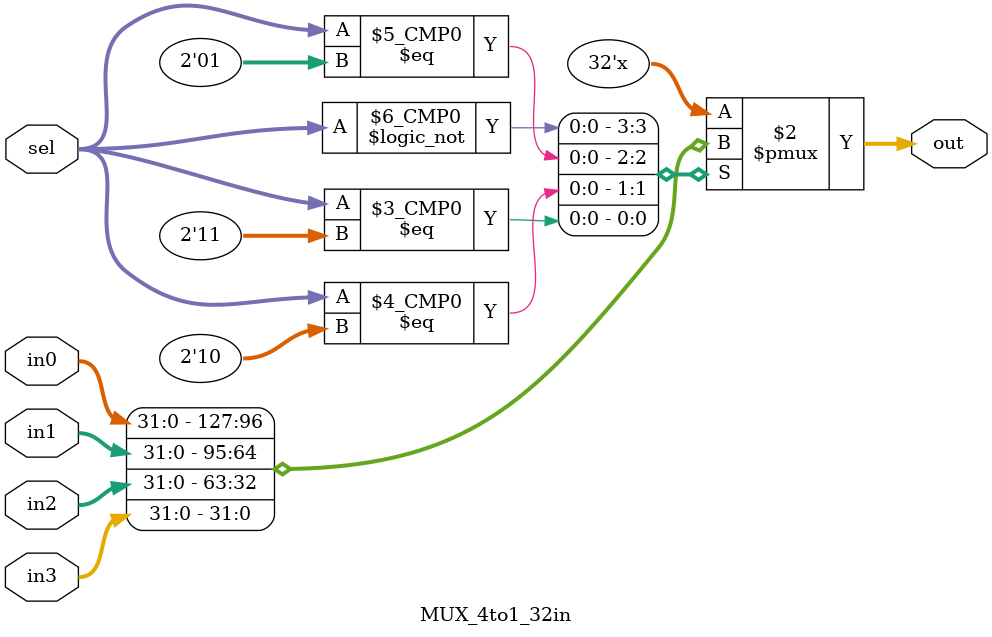
<source format=v>
module MUX_4to1_32in (
    input [1:0] sel,
    input [31:0] in0, in1, in2, in3,
    output reg [31:0] out
);

always @(in0, in1, in2, in3, sel) begin
    case(sel)
        2'b00 : out <= in0;
        2'b01 : out <= in1;
        2'b10 : out <= in2;
        2'b11 : out <= in3;
    endcase
end
endmodule

</source>
